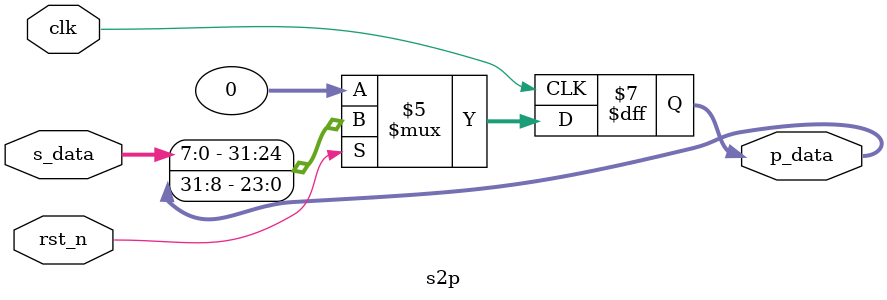
<source format=v>
module s2p( 
			clk, 
			s_data, 
			p_data,
			rst_n);


localparam BLOCK_SIZE = 4;
localparam WORD_SIZE = 8;

input wire rst_n;
input wire clk;
input wire [WORD_SIZE-1:0] s_data;
output reg [BLOCK_SIZE*WORD_SIZE-1:0] p_data;

initial begin
	p_data = {(BLOCK_SIZE*WORD_SIZE){1'b0}};
end

always @(posedge clk) begin
	if (!rst_n) begin
		p_data <= {(BLOCK_SIZE*WORD_SIZE){1'b0}};
	end
	else begin
		p_data <= {s_data, p_data[BLOCK_SIZE*WORD_SIZE-1:WORD_SIZE]};
	end
end

endmodule

</source>
